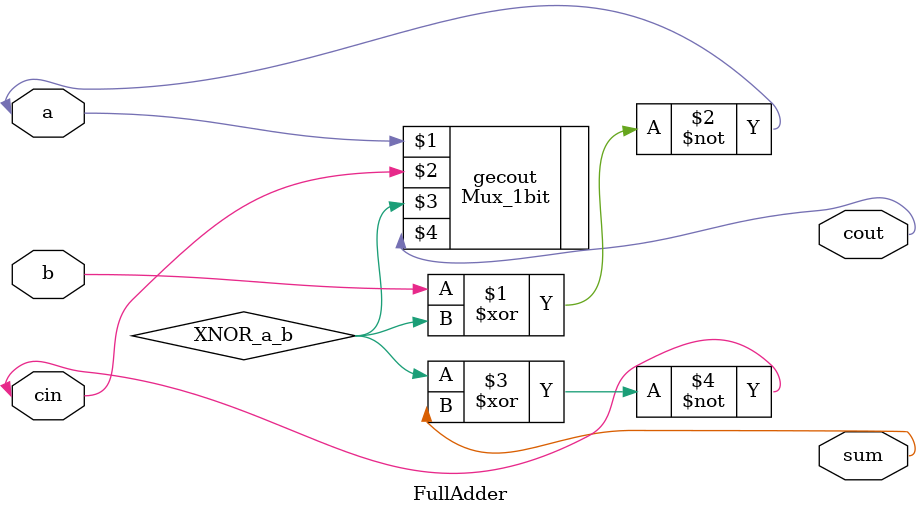
<source format=v>

module FullAdder (a, b, cin, cout, sum);
input a, b, cin;
output sum;
output cout;
wire a, b, cin;
wire sum, cout;
wire XNOR_a_b;
    xnor xnor_a_b(a, b, XNOR_a_b);
    xnor xnor_cin_xnorab(cin, XNOR_a_b, sum);
    Mux_1bit gecout(a, cin, XNOR_a_b, cout);
endmodule

</source>
